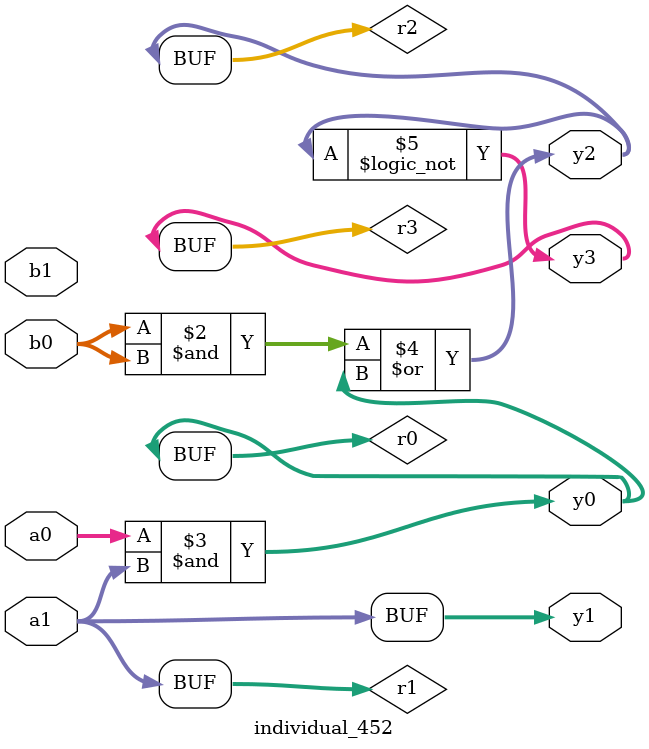
<source format=sv>
module individual_452(input logic [15:0] a1, input logic [15:0] a0, input logic [15:0] b1, input logic [15:0] b0, output logic [15:0] y3, output logic [15:0] y2, output logic [15:0] y1, output logic [15:0] y0);
logic [15:0] r0, r1, r2, r3; 
 always@(*) begin 
	 r0 = a0; r1 = a1; r2 = b0; r3 = b1; 
 	 r2  &=  r2 ;
 	 r0  &=  r1 ;
 	 r2  |=  r0 ;
 	 r3 = ! r2 ;
 	 y3 = r3; y2 = r2; y1 = r1; y0 = r0; 
end
endmodule
</source>
